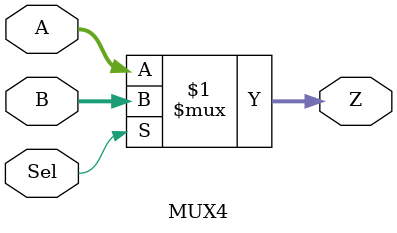
<source format=v>
`timescale 1ns / 1ps

module CSEA16(Cout, Sum, A, B, Cin);
	output Cout;
	output [15:0] Sum;
	input [15:0] A, B;
	input Cin;
	
	wire [3:1] c;
	wire [3:0] cout0;
	wire [3:1] cout1;
	wire [15:0] sum0, sum1;
	wire w1, w2, w3;
	wire c8, c12;

	RCA4 rca1(cout0[0], Sum[3:0], A[3:0], B[3:0], Cin);
	
	RCA4 rca2_0(cout0[1], sum0[7:4], A[7:4], B[7:4], 1'b0);
	RCA4 rca2_1(cout1[1], sum1[7:4], A[7:4], B[7:4], 1'b1);
	RCA4 rca3_0(cout0[2], sum0[11:8], A[11:8], B[11:8], 1'b0);
	RCA4 rca3_1(cout1[2], sum1[11:8], A[11:8], B[11:8], 1'b1);
	RCA4 rca4_0(cout0[3], sum0[15:12], A[15:12], B[15:12], 1'b0);
	RCA4 rca4_1(cout1[3], sum1[15:12], A[15:12], B[15:12], 1'b1);
	
	MUX4 mux1(Sum[7:4], sum0[7:4], sum1[7:4], cout0[0]);
	assign w1 = cout0[0] & cout1[1];
	assign c8 = w1 | cout0[1];
	MUX4 mux2(Sum[11:8], sum0[11:8], sum1[11:8], c8);
	assign w2 = c8 & cout1[2];
	assign c12 = w2 | cout0[2];
	MUX4 mux3(Sum[15:12], sum0[15:12], sum1[15:12], c12);
	assign w3 = c12 & cout1[3];
	assign Cout = w3 | cout0[3];
endmodule

module HA(Cout, Sum, A, B);
	output Cout, Sum;
	input A, B;

	assign Cout = A & B;
	assign Sum = A ^ B;
endmodule

module FA(Cout, Sum, A, B, Cin);
	output Sum, Cout;
	input A, B, Cin;
	
	wire c1, c2;
	wire t_sum;

	HA ha1(c1, t_sum, A, B);
	HA ha2(c2, Sum, t_sum, Cin);
	assign Cout = c1 | c2;
endmodule

// 4-bit Ripple Carry Adder
module RCA4(Cout, Sum, A, B, Cin);
	output Cout;
	output [3:0] Sum;
	input [3:0] A, B;
	input Cin;
	
	wire [3:1] c;

	FA fa1(c[1], Sum[0], A[0], B[0], Cin);
	FA fa2(c[2], Sum[1], A[1], B[1], c[1]);
	FA fa3(c[3], Sum[2], A[2], B[2], c[2]);
	FA fa4(Cout, Sum[3], A[3], B[3], c[3]);
endmodule

// 4-bit Multiplexer
module MUX4(Z, A, B, Sel);
	output [3:0] Z;
	input [3:0] A, B;
	input Sel;

	assign Z = Sel ? B : A;
endmodule


</source>
